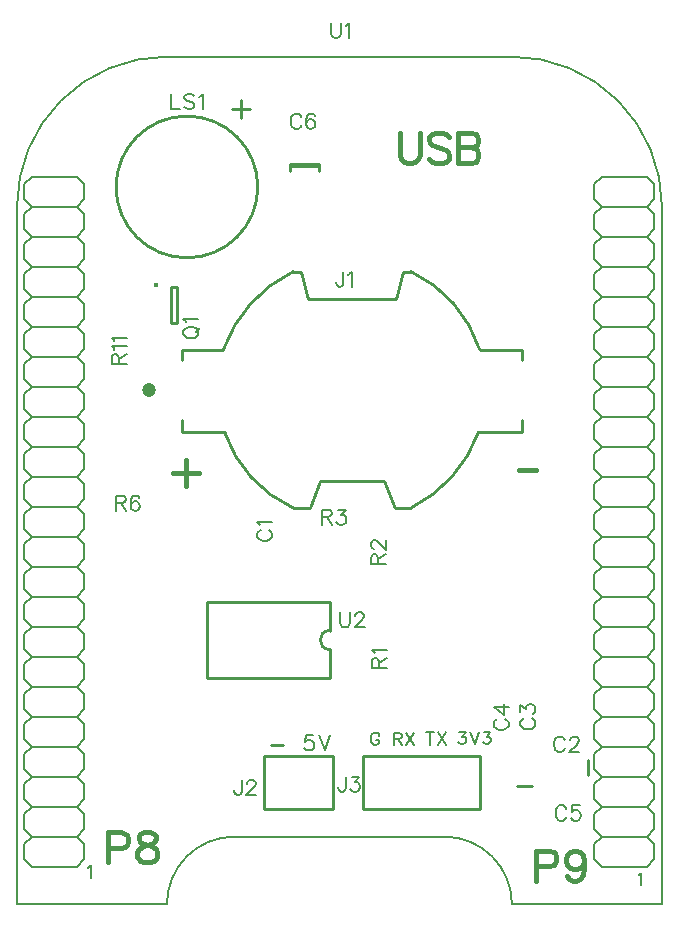
<source format=gbr>
G04 DipTrace 3.0.0.1*
G04 TopSilk.gbr*
%MOMM*%
G04 #@! TF.FileFunction,Legend,Top*
G04 #@! TF.Part,Single*
%ADD10C,0.25*%
%ADD24O,1.19856X1.2*%
%ADD28O,0.39172X0.39127*%
%ADD30C,0.127*%
%ADD31C,0.1524*%
%ADD62C,0.19608*%
%ADD63C,0.39216*%
%ADD64C,0.27451*%
%ADD65C,0.15686*%
%FSLAX35Y35*%
G04*
G71*
G90*
G75*
G01*
G04 TopSilk*
%LPD*%
X4984720Y2832283D2*
D10*
Y2702383D1*
X4513283Y2614613D2*
X4383383D1*
X2461657Y7859333D2*
X2711677D1*
X2461657Y7878253D2*
X2711677D1*
X2461657D2*
Y7818413D1*
X2711677Y7878253D2*
Y7818413D1*
D24*
X1267928Y5965333D3*
X2558083Y6965333D2*
D10*
X2487940D1*
Y4965333D2*
X2627885D1*
X2618010Y6737133D2*
X3357917D1*
X2616989Y6737333D2*
X2558083Y6965333D1*
X1548159Y6305333D2*
Y6219333D1*
Y5711333D2*
Y5605333D1*
X4428109Y5711333D2*
Y5605333D1*
Y6305333D2*
Y6219333D1*
X1548159Y6305333D2*
X1897853D1*
X1548159Y5605333D2*
X1908068D1*
X4428109Y6305333D2*
X4067860D1*
X4428109Y5605333D2*
X4057985D1*
X1897853Y6305333D2*
G02X2487940Y6965333I1101335J-390881D01*
G01*
Y4965333D2*
G02X1908068Y5605333I455782J995657D01*
G01*
X3487988Y4965333D2*
G03X4057985Y5605333I-516820J1034116D01*
G01*
X4067860Y6305333D2*
G03X3487988Y6965333I-1048370J-336355D01*
G01*
X3357917Y6737333D2*
X3417845Y6965333D1*
X3487988D2*
X3417845D1*
X2718118Y5193533D2*
X3258150D1*
X3348043Y4965333D2*
X3487988D1*
X2627885D2*
X2718118Y5194333D1*
X3258831Y5193333D2*
X3348043Y4965333D1*
X2828333Y2418333D2*
X2238333D1*
Y2868333D1*
X2828333D1*
Y2418333D1*
X4069000Y2413333D2*
X3079000D1*
Y2863333D1*
X4069000D1*
Y2413333D1*
X989000Y7682667D2*
G02X989000Y7682667I600000J0D01*
G01*
D28*
X1326639Y6856356D3*
X1454000Y6832986D2*
D10*
Y6533000D1*
X1504000D1*
Y6832986D1*
X1454000D1*
X5610833Y7515644D2*
D30*
Y1610348D1*
X1420062Y8786000D2*
G03X149833Y7515644I39J-1270268D01*
G01*
X5610833D2*
G03X4340605Y8786000I-1270268J88D01*
G01*
X1420062D2*
X4340605D1*
X657706Y1928152D2*
D31*
X721600Y1991195D1*
Y2118144D1*
X657706Y2182051D1*
X721600Y2245094D1*
Y2372906D1*
X657706Y2435949D1*
X721600Y2499856D1*
Y2626805D1*
X657706Y2689848D1*
X721600Y2753754D1*
Y2880703D1*
X657706Y2943746D1*
X721600Y3007652D1*
Y3134602D1*
X657706Y3197644D1*
X721600Y3261551D1*
Y3388500D1*
X657706Y3452406D1*
Y1928152D2*
X277075D1*
X213181Y1991195D1*
Y2118144D1*
X277075Y2182051D1*
X213181Y2245094D1*
Y2372906D1*
X277075Y2435949D1*
X213181Y2499856D1*
Y2626805D1*
X277075Y2689848D1*
X213181Y2753754D1*
Y2880703D1*
X277075Y2943746D1*
X213181Y3007652D1*
Y3134602D1*
X277075Y3197644D1*
X213181Y3261551D1*
Y3388500D1*
X277075Y3452406D1*
X213181Y3515449D1*
Y3642398D1*
X277075Y3706305D1*
X213181Y3769348D1*
Y3896297D1*
X277075Y3960203D1*
X213181Y4023246D1*
Y4150195D1*
X277075Y4214102D1*
X213181Y4277144D1*
Y4404094D1*
X277075Y4468000D1*
X213181Y4531906D1*
Y4658856D1*
X277075Y4721898D1*
X213181Y4785805D1*
Y4912754D1*
X277075Y4975797D2*
X213181Y4912754D1*
X277075Y4975797D2*
X213181Y5039703D1*
Y5166652D2*
Y5039703D1*
Y5166652D2*
X277075Y5229695D1*
X213181Y5293602D1*
Y5420551D2*
Y5293602D1*
Y5420551D2*
X277075Y5483594D1*
X213181Y5547500D1*
Y5674449D2*
Y5547500D1*
Y5674449D2*
X277075Y5738356D1*
X213181Y5801398D1*
Y5928348D2*
Y5801398D1*
Y5928348D2*
X277075Y5992254D1*
X657706D2*
X721600Y5928348D1*
Y5801398D2*
Y5928348D1*
Y5801398D2*
X657706Y5738356D1*
X721600Y5674449D1*
Y5547500D2*
Y5674449D1*
Y5547500D2*
X657706Y5483594D1*
X721600Y5420551D1*
Y5293602D1*
X657706Y5229695D2*
X721600Y5293602D1*
X657706Y5229695D2*
X721600Y5166652D1*
Y5039703D1*
X657706Y4975797D2*
X721600Y5039703D1*
X657706Y4975797D2*
X721600Y4912754D1*
Y4785805D1*
X657706Y4721898D2*
X721600Y4785805D1*
X657706Y4721898D2*
X721600Y4658856D1*
Y4531906D1*
X657706Y4468000D2*
X721600Y4531906D1*
X657706Y4468000D2*
X721600Y4404094D1*
Y4277144D1*
X657706Y4214102D2*
X721600Y4277144D1*
X657706Y4214102D2*
X721600Y4150195D1*
Y4023246D1*
X657706Y3960203D2*
X721600Y4023246D1*
X657706Y3960203D2*
X721600Y3896297D1*
Y3769348D1*
X657706Y3706305D2*
X721600Y3769348D1*
X657706Y3706305D2*
X721600Y3642398D1*
Y3515449D1*
X657706Y3452406D2*
X721600Y3515449D1*
X277075Y2182051D2*
X657706D1*
X277075Y2435949D2*
X657706D1*
X277075Y2689848D2*
X657706D1*
X277075Y2943746D2*
X657706D1*
X277075Y3197644D2*
X657706D1*
X277075Y3452406D2*
X657706D1*
X277075Y3706305D2*
X657706D1*
X277075Y3960203D2*
X657706D1*
X277075Y4214102D2*
X657706D1*
X277075Y4468000D2*
X657706D1*
X277075Y4721898D2*
X657706D1*
X277075Y4975797D2*
X657706D1*
X277075Y5229695D2*
X657706D1*
X277075Y5483594D2*
X657706D1*
X277075Y5738356D2*
X657706D1*
X277075Y5992254D2*
X657706D1*
X277075D2*
X213181Y6055297D1*
Y6182246D2*
Y6055297D1*
Y6182246D2*
X277075Y6246152D1*
X657706D2*
X721600Y6182246D1*
Y6055297D2*
Y6182246D1*
Y6055297D2*
X657706Y5992254D1*
X277075Y6246152D2*
X657706D1*
X277075D2*
X213181Y6309195D1*
Y6436144D2*
Y6309195D1*
Y6436144D2*
X277075Y6500051D1*
X657706D2*
X721600Y6436144D1*
Y6309195D2*
Y6436144D1*
Y6309195D2*
X657706Y6246152D1*
X277075Y6500051D2*
X657706D1*
X277075D2*
X213181Y6563094D1*
Y6690906D2*
Y6563094D1*
Y6690906D2*
X277075Y6753949D1*
X657706D2*
X721600Y6690906D1*
Y6563094D2*
Y6690906D1*
Y6563094D2*
X657706Y6500051D1*
X277075Y6753949D2*
X657706D1*
X277075D2*
X213181Y6817856D1*
Y6944805D2*
Y6817856D1*
Y6944805D2*
X277075Y7007848D1*
X657706D2*
X721600Y6944805D1*
Y6817856D2*
Y6944805D1*
Y6817856D2*
X657706Y6753949D1*
X277075Y7007848D2*
X657706D1*
X277075D2*
X213181Y7071754D1*
Y7198703D2*
Y7071754D1*
Y7198703D2*
X277075Y7261746D1*
X657706D2*
X721600Y7198703D1*
Y7071754D2*
Y7198703D1*
Y7071754D2*
X657706Y7007848D1*
X277075Y7261746D2*
X657706D1*
X277075D2*
X213181Y7325652D1*
Y7452602D2*
Y7325652D1*
Y7452602D2*
X277075Y7515644D1*
X657706D2*
X721600Y7452602D1*
Y7325652D2*
Y7452602D1*
Y7325652D2*
X657706Y7261746D1*
X277075Y7515644D2*
X657706D1*
X277075D2*
X213181Y7579551D1*
Y7706500D2*
Y7579551D1*
Y7706500D2*
X277075Y7770406D1*
X657706D2*
X721600Y7706500D1*
Y7579551D2*
Y7706500D1*
Y7579551D2*
X657706Y7515644D1*
X277075Y7770406D2*
X657706D1*
X5483592Y1928152D2*
X5547486Y1991195D1*
Y2118144D1*
X5483592Y2182051D1*
X5547486Y2245094D1*
Y2372906D1*
X5483592Y2435949D1*
X5547486Y2499856D1*
Y2626805D1*
X5483592Y2689848D1*
X5547486Y2753754D1*
Y2880703D1*
X5483592Y2943746D1*
X5547486Y3007652D1*
Y3134602D1*
X5483592Y3197644D1*
X5547486Y3261551D1*
Y3388500D1*
X5483592Y3452406D1*
Y1928152D2*
X5102960D1*
X5039067Y1991195D1*
Y2118144D1*
X5102960Y2182051D1*
X5039067Y2245094D1*
Y2372906D1*
X5102960Y2435949D1*
X5039067Y2499856D1*
Y2626805D1*
X5102960Y2689848D1*
X5039067Y2753754D1*
Y2880703D1*
X5102960Y2943746D1*
X5039067Y3007652D1*
Y3134602D1*
X5102960Y3197644D1*
X5039067Y3261551D1*
Y3388500D1*
X5102960Y3452406D1*
X5039067Y3515449D1*
Y3642398D1*
X5102960Y3706305D1*
X5039067Y3769348D1*
Y3896297D1*
X5102960Y3960203D1*
X5039067Y4023246D1*
Y4150195D1*
X5102960Y4214102D1*
X5039067Y4277144D1*
Y4404094D1*
X5102960Y4468000D1*
X5039067Y4531906D1*
Y4658856D1*
X5102960Y4721898D1*
X5039067Y4785805D1*
Y4912754D1*
X5102960Y4975797D2*
X5039067Y4912754D1*
X5102960Y4975797D2*
X5039067Y5039703D1*
Y5166652D2*
Y5039703D1*
Y5166652D2*
X5102960Y5229695D1*
X5039067Y5293602D1*
Y5420551D2*
Y5293602D1*
Y5420551D2*
X5102960Y5483594D1*
X5039067Y5547500D1*
Y5674449D2*
Y5547500D1*
Y5674449D2*
X5102960Y5738356D1*
X5039067Y5801398D1*
Y5928348D2*
Y5801398D1*
Y5928348D2*
X5102960Y5992254D1*
X5483592D2*
X5547486Y5928348D1*
Y5801398D2*
Y5928348D1*
Y5801398D2*
X5483592Y5738356D1*
X5547486Y5674449D1*
Y5547500D2*
Y5674449D1*
Y5547500D2*
X5483592Y5483594D1*
X5547486Y5420551D1*
Y5293602D1*
X5483592Y5229695D2*
X5547486Y5293602D1*
X5483592Y5229695D2*
X5547486Y5166652D1*
Y5039703D1*
X5483592Y4975797D2*
X5547486Y5039703D1*
X5483592Y4975797D2*
X5547486Y4912754D1*
Y4785805D1*
X5483592Y4721898D2*
X5547486Y4785805D1*
X5483592Y4721898D2*
X5547486Y4658856D1*
Y4531906D1*
X5483592Y4468000D2*
X5547486Y4531906D1*
X5483592Y4468000D2*
X5547486Y4404094D1*
Y4277144D1*
X5483592Y4214102D2*
X5547486Y4277144D1*
X5483592Y4214102D2*
X5547486Y4150195D1*
Y4023246D1*
X5483592Y3960203D2*
X5547486Y4023246D1*
X5483592Y3960203D2*
X5547486Y3896297D1*
Y3769348D1*
X5483592Y3706305D2*
X5547486Y3769348D1*
X5483592Y3706305D2*
X5547486Y3642398D1*
Y3515449D1*
X5483592Y3452406D2*
X5547486Y3515449D1*
X5102960Y2182051D2*
X5483592D1*
X5102960Y2435949D2*
X5483592D1*
X5102960Y2689848D2*
X5483592D1*
X5102960Y2943746D2*
X5483592D1*
X5102960Y3197644D2*
X5483592D1*
X5102960Y3452406D2*
X5483592D1*
X5102960Y3706305D2*
X5483592D1*
X5102960Y3960203D2*
X5483592D1*
X5102960Y4214102D2*
X5483592D1*
X5102960Y4468000D2*
X5483592D1*
X5102960Y4721898D2*
X5483592D1*
X5102960Y4975797D2*
X5483592D1*
X5102960Y5229695D2*
X5483592D1*
X5102960Y5483594D2*
X5483592D1*
X5102960Y5738356D2*
X5483592D1*
X5102960Y5992254D2*
X5483592D1*
X5102960D2*
X5039067Y6055297D1*
Y6182246D2*
Y6055297D1*
Y6182246D2*
X5102960Y6246152D1*
X5483592D2*
X5547486Y6182246D1*
Y6055297D2*
Y6182246D1*
Y6055297D2*
X5483592Y5992254D1*
X5102960Y6246152D2*
X5483592D1*
X5102960D2*
X5039067Y6309195D1*
Y6436144D2*
Y6309195D1*
Y6436144D2*
X5102960Y6500051D1*
X5483592D2*
X5547486Y6436144D1*
Y6309195D2*
Y6436144D1*
Y6309195D2*
X5483592Y6246152D1*
X5102960Y6500051D2*
X5483592D1*
X5102960D2*
X5039067Y6563094D1*
Y6690906D2*
Y6563094D1*
Y6690906D2*
X5102960Y6753949D1*
X5483592D2*
X5547486Y6690906D1*
Y6563094D2*
Y6690906D1*
Y6563094D2*
X5483592Y6500051D1*
X5102960Y6753949D2*
X5483592D1*
X5102960D2*
X5039067Y6817856D1*
Y6944805D2*
Y6817856D1*
Y6944805D2*
X5102960Y7007848D1*
X5483592D2*
X5547486Y6944805D1*
Y6817856D2*
Y6944805D1*
Y6817856D2*
X5483592Y6753949D1*
X5102960Y7007848D2*
X5483592D1*
X5102960D2*
X5039067Y7071754D1*
Y7198703D2*
Y7071754D1*
Y7198703D2*
X5102960Y7261746D1*
X5483592D2*
X5547486Y7198703D1*
Y7071754D2*
Y7198703D1*
Y7071754D2*
X5483592Y7007848D1*
X5102960Y7261746D2*
X5483592D1*
X5102960D2*
X5039067Y7325652D1*
Y7452602D2*
Y7325652D1*
Y7452602D2*
X5102960Y7515644D1*
X5483592D2*
X5547486Y7452602D1*
Y7325652D2*
Y7452602D1*
Y7325652D2*
X5483592Y7261746D1*
X5102960Y7515644D2*
X5483592D1*
X5102960D2*
X5039067Y7579551D1*
Y7706500D2*
Y7579551D1*
Y7706500D2*
X5102960Y7770406D1*
X5483592D2*
X5547486Y7706500D1*
Y7579551D2*
Y7706500D1*
Y7579551D2*
X5483592Y7515644D1*
X5102960Y7770406D2*
X5483592D1*
X149833Y7515644D2*
D30*
Y1610348D1*
X1420062D1*
X4340605D2*
X5610833D1*
X1991283Y2182051D2*
X3769384D1*
X1991283D2*
G03X1420062Y1610348I54J-571275D01*
G01*
X3769384Y2182051D2*
G02X4340605Y1610348I-54J-571275D01*
G01*
X2797497Y4166998D2*
D10*
X1757503D1*
X2797497Y3527002D2*
X1757503D1*
Y4166998D2*
Y3527002D1*
X2797497Y4166998D2*
Y3927028D1*
Y3766972D2*
Y3527002D1*
Y3927028D2*
G03X2797497Y3766972I53J-80028D01*
G01*
X2213337Y4777382D2*
D62*
X2201264Y4771346D1*
X2189050Y4759132D1*
X2183013Y4747059D1*
Y4722773D1*
X2189050Y4710559D1*
X2201263Y4698486D1*
X2213336Y4692309D1*
X2231586Y4686273D1*
X2262050D1*
X2280160Y4692309D1*
X2292373Y4698486D1*
X2304446Y4710559D1*
X2310623Y4722772D1*
Y4747059D1*
X2304446Y4759132D1*
X2292373Y4771345D1*
X2280160Y4777382D1*
X2207440Y4816598D2*
X2201264Y4828811D1*
X2183154Y4847061D1*
X2310623D1*
X4788104Y2997997D2*
X4782067Y3010070D1*
X4769854Y3022283D1*
X4757781Y3028320D1*
X4733494D1*
X4721281Y3022283D1*
X4709208Y3010070D1*
X4703031Y2997997D1*
X4696994Y2979747D1*
Y2949283D1*
X4703031Y2931174D1*
X4709208Y2918960D1*
X4721281Y2906887D1*
X4733494Y2900710D1*
X4757781D1*
X4769854Y2906887D1*
X4782067Y2918960D1*
X4788104Y2931174D1*
X4833496Y2997856D2*
Y3003893D1*
X4839533Y3016106D1*
X4845569Y3022143D1*
X4857783Y3028180D1*
X4882069D1*
X4894143Y3022143D1*
X4900179Y3016106D1*
X4906356Y3003893D1*
Y2991820D1*
X4900179Y2979606D1*
X4888106Y2961497D1*
X4827319Y2900710D1*
X4912393D1*
X4442670Y3182717D2*
X4430597Y3176681D1*
X4418383Y3164467D1*
X4412347Y3152394D1*
Y3128108D1*
X4418383Y3115894D1*
X4430597Y3103821D1*
X4442670Y3097644D1*
X4460920Y3091608D1*
X4491383D1*
X4509493Y3097644D1*
X4521706Y3103821D1*
X4533780Y3115894D1*
X4539956Y3128108D1*
Y3152394D1*
X4533780Y3164467D1*
X4521706Y3176681D1*
X4509493Y3182717D1*
X4412487Y3234146D2*
Y3300829D1*
X4461060Y3264469D1*
Y3282719D1*
X4467097Y3294792D1*
X4473133Y3300829D1*
X4491383Y3307006D1*
X4503456D1*
X4521706Y3300829D1*
X4533920Y3288756D1*
X4539956Y3270506D1*
Y3252256D1*
X4533920Y3234146D1*
X4527743Y3228110D1*
X4515670Y3221933D1*
X4215670Y3176726D2*
X4203597Y3170689D1*
X4191383Y3158476D1*
X4185347Y3146403D1*
Y3122116D1*
X4191383Y3109903D1*
X4203597Y3097830D1*
X4215670Y3091653D1*
X4233920Y3085616D1*
X4264383D1*
X4282493Y3091653D1*
X4294706Y3097830D1*
X4306780Y3109903D1*
X4312956Y3122116D1*
Y3146403D1*
X4306780Y3158476D1*
X4294706Y3170689D1*
X4282493Y3176726D1*
X4312956Y3276728D2*
X4185487D1*
X4270420Y3215941D1*
Y3307051D1*
X4801410Y2415664D2*
X4795374Y2427737D1*
X4783160Y2439950D1*
X4771087Y2445987D1*
X4746801D1*
X4734587Y2439950D1*
X4722514Y2427737D1*
X4716337Y2415664D1*
X4710301Y2397414D1*
Y2366950D1*
X4716337Y2348840D1*
X4722514Y2336627D1*
X4734587Y2324554D1*
X4746801Y2318377D1*
X4771087D1*
X4783160Y2324554D1*
X4795374Y2336627D1*
X4801410Y2348840D1*
X4913486Y2445846D2*
X4852840D1*
X4846803Y2391237D1*
X4852840Y2397273D1*
X4871090Y2403450D1*
X4889199D1*
X4907449Y2397273D1*
X4919663Y2385200D1*
X4925699Y2366950D1*
Y2354877D1*
X4919663Y2336627D1*
X4907449Y2324414D1*
X4889199Y2318377D1*
X4871090D1*
X4852840Y2324414D1*
X4846803Y2330590D1*
X4840626Y2342664D1*
X2558499Y8272664D2*
X2552462Y8284737D1*
X2540249Y8296950D1*
X2528176Y8302987D1*
X2503889D1*
X2491676Y8296950D1*
X2479603Y8284737D1*
X2473426Y8272664D1*
X2467389Y8254414D1*
Y8223950D1*
X2473426Y8205840D1*
X2479603Y8193627D1*
X2491676Y8181554D1*
X2503889Y8175377D1*
X2528176D1*
X2540249Y8181554D1*
X2552462Y8193627D1*
X2558499Y8205840D1*
X2670574Y8284737D2*
X2664538Y8296810D1*
X2646288Y8302846D1*
X2634215D1*
X2615965Y8296810D1*
X2603751Y8278560D1*
X2597715Y8248237D1*
Y8217914D1*
X2603751Y8193627D1*
X2615965Y8181414D1*
X2634215Y8175377D1*
X2640251D1*
X2658361Y8181414D1*
X2670574Y8193627D1*
X2676611Y8211877D1*
Y8217914D1*
X2670574Y8236164D1*
X2658361Y8248237D1*
X2640251Y8254273D1*
X2634215D1*
X2615965Y8248237D1*
X2603751Y8236164D1*
X2597715Y8217914D1*
X2913720Y6964653D2*
Y6867507D1*
X2907684Y6849257D1*
X2901507Y6843221D1*
X2889434Y6837044D1*
X2877220D1*
X2865147Y6843221D1*
X2859111Y6849257D1*
X2852934Y6867507D1*
Y6879580D1*
X2952936Y6940226D2*
X2965150Y6946403D1*
X2983400Y6964513D1*
Y6837044D1*
X2051582Y2662320D2*
Y2565174D1*
X2045546Y2546924D1*
X2039369Y2540887D1*
X2027296Y2534710D1*
X2015082D1*
X2003009Y2540887D1*
X1996973Y2546924D1*
X1990796Y2565174D1*
Y2577247D1*
X2096975Y2631856D2*
Y2637893D1*
X2103011Y2650106D1*
X2109048Y2656143D1*
X2121261Y2662180D1*
X2145548D1*
X2157621Y2656143D1*
X2163658Y2650106D1*
X2169834Y2637893D1*
Y2625820D1*
X2163658Y2613606D1*
X2151584Y2595497D1*
X2090798Y2534710D1*
X2175871D1*
X2931916Y2689320D2*
Y2592174D1*
X2925879Y2573924D1*
X2919702Y2567887D1*
X2907629Y2561710D1*
X2895416D1*
X2883342Y2567887D1*
X2877306Y2573924D1*
X2871129Y2592174D1*
Y2604247D1*
X2983345Y2689180D2*
X3050027D1*
X3013668Y2640606D1*
X3031918D1*
X3043991Y2634570D1*
X3050027Y2628533D1*
X3056204Y2610283D1*
Y2598210D1*
X3050027Y2579960D1*
X3037954Y2567747D1*
X3019704Y2561710D1*
X3001454D1*
X2983345Y2567747D1*
X2977308Y2573924D1*
X2971131Y2585997D1*
X1455586Y8468653D2*
Y8341044D1*
X1528446D1*
X1652735Y8450403D2*
X1640662Y8462617D1*
X1622412Y8468653D1*
X1598125D1*
X1579875Y8462617D1*
X1567662Y8450403D1*
Y8438330D1*
X1573838Y8426117D1*
X1579875Y8420080D1*
X1591948Y8414044D1*
X1628448Y8401830D1*
X1640662Y8395794D1*
X1646698Y8389617D1*
X1652735Y8377544D1*
Y8359294D1*
X1640662Y8347221D1*
X1622412Y8341044D1*
X1598125D1*
X1579875Y8347221D1*
X1567662Y8359294D1*
X1691950Y8444226D2*
X1704164Y8450403D1*
X1722414Y8468513D1*
Y8341044D1*
X1559067Y6438144D2*
X1564963Y6426071D1*
X1577176Y6413858D1*
X1589390Y6407821D1*
X1607640Y6401644D1*
X1637963D1*
X1656213Y6407821D1*
X1668286Y6413858D1*
X1680500Y6426071D1*
X1686536Y6438144D1*
Y6462430D1*
X1680500Y6474644D1*
X1668286Y6486717D1*
X1656213Y6492754D1*
X1637963Y6498931D1*
X1607640D1*
X1589390Y6492754D1*
X1577176Y6486717D1*
X1564963Y6474644D1*
X1559067Y6462431D1*
Y6438144D1*
X1662250Y6456394D2*
X1698750Y6492753D1*
X1583494Y6538146D2*
X1577317Y6550360D1*
X1559207Y6568610D1*
X1686676D1*
X3215133Y3609291D2*
Y3663900D1*
X3208956Y3682150D1*
X3202920Y3688327D1*
X3190847Y3694364D1*
X3178633D1*
X3166560Y3688327D1*
X3160383Y3682150D1*
X3154347Y3663900D1*
Y3609291D1*
X3281956D1*
X3215133Y3651827D2*
X3281956Y3694364D1*
X3178774Y3733580D2*
X3172597Y3745793D1*
X3154487Y3764043D1*
X3281956D1*
X3207467Y4486319D2*
Y4540929D1*
X3201290Y4559179D1*
X3195253Y4565356D1*
X3183180Y4571392D1*
X3170967D1*
X3158894Y4565356D1*
X3152717Y4559179D1*
X3146680Y4540929D1*
Y4486319D1*
X3274290D1*
X3207467Y4528856D2*
X3274290Y4571392D1*
X3177144Y4616785D2*
X3171107D1*
X3158894Y4622822D1*
X3152857Y4628858D1*
X3146821Y4641071D1*
Y4665358D1*
X3152857Y4677431D1*
X3158894Y4683468D1*
X3171107Y4689645D1*
X3183180Y4689644D1*
X3195394Y4683468D1*
X3213503Y4671394D1*
X3274290Y4610608D1*
Y4695681D1*
X2729986Y4889200D2*
X2784595D1*
X2802845Y4895377D1*
X2809022Y4901414D1*
X2815059Y4913487D1*
Y4925700D1*
X2809022Y4937773D1*
X2802845Y4943950D1*
X2784595Y4949987D1*
X2729986D1*
Y4822377D1*
X2772522Y4889200D2*
X2815059Y4822377D1*
X2866488Y4949846D2*
X2933171D1*
X2896811Y4901273D1*
X2915061D1*
X2927134Y4895237D1*
X2933171Y4889200D1*
X2939348Y4870950D1*
Y4858877D1*
X2933171Y4840627D1*
X2921098Y4828414D1*
X2902848Y4822377D1*
X2884598D1*
X2866488Y4828414D1*
X2860451Y4834590D1*
X2854275Y4846664D1*
X989074Y5008200D2*
X1043684D1*
X1061934Y5014377D1*
X1068111Y5020414D1*
X1074147Y5032487D1*
Y5044700D1*
X1068111Y5056773D1*
X1061934Y5062950D1*
X1043684Y5068987D1*
X989074D1*
Y4941377D1*
X1031611Y5008200D2*
X1074147Y4941377D1*
X1186223Y5050737D2*
X1180186Y5062810D1*
X1161936Y5068846D1*
X1149863D1*
X1131613Y5062810D1*
X1119400Y5044560D1*
X1113363Y5014237D1*
Y4983914D1*
X1119400Y4959627D1*
X1131613Y4947414D1*
X1149863Y4941377D1*
X1155900D1*
X1174009Y4947414D1*
X1186223Y4959627D1*
X1192259Y4977877D1*
Y4983914D1*
X1186223Y5002164D1*
X1174009Y5014237D1*
X1155900Y5020273D1*
X1149863D1*
X1131613Y5014237D1*
X1119400Y5002164D1*
X1113363Y4983914D1*
X1012133Y6182118D2*
Y6236728D1*
X1005956Y6254978D1*
X999920Y6261154D1*
X987847Y6267191D1*
X975633D1*
X963560Y6261154D1*
X957383Y6254978D1*
X951347Y6236728D1*
Y6182118D1*
X1078956D1*
X1012133Y6224654D2*
X1078956Y6267191D1*
X975774Y6306407D2*
X969597Y6318620D1*
X951487Y6336870D1*
X1078956D1*
X975774Y6376086D2*
X969597Y6388299D1*
X951487Y6406549D1*
X1078956D1*
X2810291Y9070653D2*
Y8979544D1*
X2816327Y8961294D1*
X2828541Y8949221D1*
X2846791Y8943044D1*
X2858864D1*
X2877114Y8949221D1*
X2889327Y8961294D1*
X2895364Y8979544D1*
Y9070653D1*
X2934579Y9046226D2*
X2946793Y9052403D1*
X2965043Y9070513D1*
Y8943044D1*
X2884486Y4082320D2*
Y3991210D1*
X2890522Y3972960D1*
X2902736Y3960887D1*
X2920986Y3954710D1*
X2933059D1*
X2951309Y3960887D1*
X2963522Y3972960D1*
X2969559Y3991210D1*
Y4082320D1*
X3014951Y4051856D2*
Y4057893D1*
X3020988Y4070106D1*
X3027025Y4076143D1*
X3039238Y4082180D1*
X3063525D1*
X3075598Y4076143D1*
X3081634Y4070106D1*
X3087811Y4057893D1*
Y4045820D1*
X3081634Y4033606D1*
X3069561Y4015497D1*
X3008775Y3954710D1*
X3093848D1*
X919668Y2086144D2*
D63*
X1029168D1*
X1065387Y2098217D1*
X1077741Y2110571D1*
X1089814Y2134717D1*
Y2171217D1*
X1077741Y2195363D1*
X1065387Y2207717D1*
X1029168Y2219790D1*
X919668D1*
Y1964571D1*
X1228892Y2219509D2*
X1192672Y2207436D1*
X1180318Y2183290D1*
Y2158863D1*
X1192672Y2134717D1*
X1216818Y2122363D1*
X1265392Y2110290D1*
X1301892Y2098217D1*
X1326038Y2073790D1*
X1338111Y2049644D1*
Y2013144D1*
X1326038Y1988998D1*
X1313965Y1976644D1*
X1277465Y1964571D1*
X1228892D1*
X1192672Y1976644D1*
X1180318Y1988998D1*
X1168245Y2013144D1*
Y2049644D1*
X1180318Y2073790D1*
X1204745Y2098217D1*
X1240965Y2110290D1*
X1289538Y2122363D1*
X1313965Y2134717D1*
X1326038Y2158863D1*
Y2183290D1*
X1313965Y2207436D1*
X1277465Y2219509D1*
X1228892D1*
X4547335Y1930810D2*
X4656835D1*
X4693054Y1942883D1*
X4705408Y1955237D1*
X4717481Y1979383D1*
Y2015883D1*
X4705408Y2040030D1*
X4693054Y2052383D1*
X4656835Y2064457D1*
X4547335D1*
Y1809237D1*
X4953985Y1979383D2*
X4941631Y1942883D1*
X4917485Y1918457D1*
X4880985Y1906383D1*
X4868912D1*
X4832412Y1918457D1*
X4808266Y1942883D1*
X4795912Y1979383D1*
Y1991457D1*
X4808266Y2027957D1*
X4832412Y2052103D1*
X4868912Y2064176D1*
X4880985D1*
X4917485Y2052103D1*
X4941631Y2027957D1*
X4953985Y1979383D1*
Y1918457D1*
X4941631Y1857810D1*
X4917485Y1821310D1*
X4880985Y1809237D1*
X4856839D1*
X4820339Y1821310D1*
X4808266Y1845737D1*
X3390001Y8139123D2*
Y7956904D1*
X3402074Y7920404D1*
X3426501Y7896258D1*
X3463001Y7883904D1*
X3487147D1*
X3523647Y7896258D1*
X3548074Y7920404D1*
X3560147Y7956904D1*
Y8139123D1*
X3808725Y8102623D2*
X3784579Y8127050D1*
X3748079Y8139123D1*
X3699506D1*
X3663006Y8127050D1*
X3638579Y8102623D1*
Y8078477D1*
X3650933Y8054050D1*
X3663006Y8041977D1*
X3687152Y8029904D1*
X3760152Y8005477D1*
X3784579Y7993404D1*
X3796652Y7981050D1*
X3808725Y7956904D1*
Y7920404D1*
X3784579Y7896258D1*
X3748079Y7883904D1*
X3699506D1*
X3663006Y7896258D1*
X3638579Y7920404D1*
X3887156Y8139123D2*
Y7883904D1*
X3996656D1*
X4033156Y7896258D1*
X4045229Y7908331D1*
X4057302Y7932477D1*
Y7968977D1*
X4045229Y7993404D1*
X4033156Y8005477D1*
X3996656Y8017550D1*
X4033156Y8029904D1*
X4045229Y8041977D1*
X4057302Y8066123D1*
Y8090550D1*
X4045229Y8114696D1*
X4033156Y8127050D1*
X3996656Y8139123D1*
X3887156D1*
Y8017550D2*
X3996656D1*
X1577887Y5373066D2*
Y5154347D1*
X1468668Y5263566D2*
X1687387D1*
X4403668Y5288040D2*
X4544052D1*
X2655390Y3039451D2*
D62*
X2594744D1*
X2588708Y2984842D1*
X2594744Y2990878D1*
X2612994Y2997055D1*
X2631104D1*
X2649354Y2990878D1*
X2661567Y2978805D1*
X2667604Y2960555D1*
Y2948482D1*
X2661567Y2930232D1*
X2649354Y2918019D1*
X2631104Y2911982D1*
X2612994D1*
X2594744Y2918019D1*
X2588708Y2924195D1*
X2582531Y2936269D1*
X2706819Y3039592D2*
X2755392Y2911982D1*
X2803966Y3039592D1*
X2300452Y2961937D2*
D64*
X2398721D1*
X3896674Y3068428D2*
D65*
X3950020D1*
X3920932Y3029569D1*
X3935532D1*
X3945191Y3024740D1*
X3950020Y3019911D1*
X3954962Y3005311D1*
Y2995652D1*
X3950020Y2981052D1*
X3940362Y2971281D1*
X3925762Y2966452D1*
X3911162D1*
X3896674Y2971281D1*
X3891845Y2976223D1*
X3886903Y2985881D1*
X3986334Y3068540D2*
X4025193Y2966452D1*
X4064051Y3068540D1*
X4105194Y3068428D2*
X4158541D1*
X4129453Y3029569D1*
X4144053D1*
X4153711Y3024740D1*
X4158541Y3019911D1*
X4163482Y3005311D1*
Y2995652D1*
X4158541Y2981052D1*
X4148882Y2971281D1*
X4134282Y2966452D1*
X4119682D1*
X4105194Y2971281D1*
X4100365Y2976223D1*
X4095424Y2985881D1*
X3217457Y3037615D2*
X3212628Y3047273D1*
X3202857Y3057044D1*
X3193199Y3061873D1*
X3173770D1*
X3163999Y3057044D1*
X3154341Y3047273D1*
X3149399Y3037615D1*
X3144570Y3023015D1*
Y2998644D1*
X3149399Y2984156D1*
X3154341Y2974386D1*
X3163999Y2964727D1*
X3173770Y2959786D1*
X3193199D1*
X3202857Y2964727D1*
X3212628Y2974386D1*
X3217457Y2984156D1*
Y2998644D1*
X3193199D1*
X3342570Y3010244D2*
X3386257D1*
X3400857Y3015186D1*
X3405799Y3020015D1*
X3410628Y3029673D1*
Y3039444D1*
X3405799Y3049103D1*
X3400857Y3054044D1*
X3386257Y3058873D1*
X3342570D1*
Y2956786D1*
X3376599Y3010244D2*
X3410628Y2956786D1*
X3442001Y3058873D2*
X3510059Y2956786D1*
Y3058873D2*
X3442001Y2956786D1*
X3648599Y3064207D2*
Y2962119D1*
X3614570Y3064207D2*
X3682628D1*
X3714001D2*
X3782059Y2962119D1*
Y3064207D2*
X3714001Y2962119D1*
X5413236Y1857332D2*
X5423007Y1862273D1*
X5437607Y1876761D1*
Y1774786D1*
X751236Y1918332D2*
X761007Y1923273D1*
X775607Y1937761D1*
Y1835786D1*
X2043906Y8416155D2*
D64*
Y8263051D1*
X1967452Y8339505D2*
X2120556D1*
M02*

</source>
